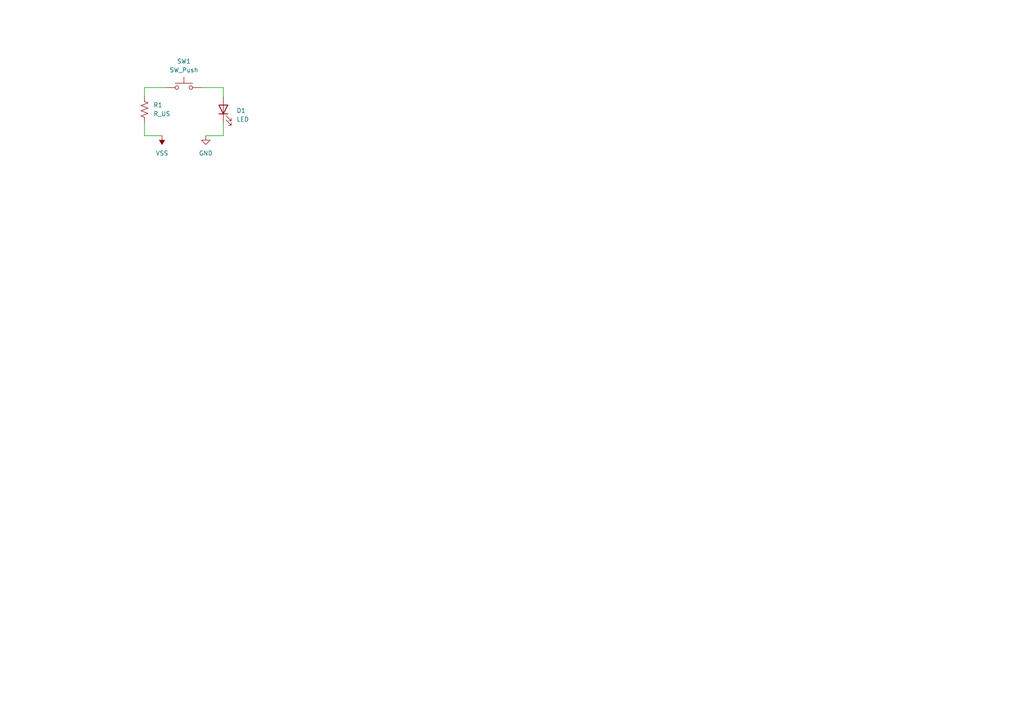
<source format=kicad_sch>
(kicad_sch (version 20231120) (generator "eeschema") (generator_version "8.0")
  (paper "A4")
  (title_block (title "MyFirstKiCAD - Ethan") (date "2024-10-07") (rev "1.0") (company "FormulaSlug"))
  (lib_symbols
    (symbol "Device:LED" (pin_numbers hide) (pin_names (offset 1.016) hide)
      (property "Reference" "D" (at 0 2.54 0))
      (property "Value" "LED" (at 0 -2.54 0))
      (symbol "LED_0_1"
        (polyline (pts (xy -1.27 -1.27) (xy -1.27 1.27)) (stroke (width 0.254)))
        (polyline (pts (xy -1.27 0) (xy 1.27 0)))
        (polyline (pts (xy 1.27 -1.27) (xy 1.27 1.27) (xy -1.27 0) (xy 1.27 -1.27)) (stroke (width 0.254)))
        (polyline (pts (xy -3.048 -0.762) (xy -4.572 -2.286) (xy -3.81 -2.286) (xy -4.572 -2.286) (xy -4.572 -1.524)))
        (polyline (pts (xy -1.778 -0.762) (xy -3.302 -2.286) (xy -2.54 -2.286) (xy -3.302 -2.286) (xy -3.302 -1.524)))
      )
      (symbol "LED_1_1"
        (pin passive line (at -3.81 0 0) (length 2.54) (name "K") (number "1"))
        (pin passive line (at 3.81 0 180) (length 2.54) (name "A") (number "2"))
      )
    )
    (symbol "Device:R_US" (pin_numbers hide) (pin_names (offset 0))
      (property "Reference" "R" (at 2.54 0 90))
      (property "Value" "R_US" (at -2.54 0 90))
      (symbol "R_US_0_1"
        (polyline (pts (xy 0 -2.286) (xy 0 -2.54)))
        (polyline (pts (xy 0 2.286) (xy 0 2.54)))
        (polyline (pts (xy 0 -0.762) (xy 1.016 -1.143) (xy 0 -1.524) (xy -1.016 -1.905) (xy 0 -2.286)))
        (polyline (pts (xy 0 0.762) (xy 1.016 0.381) (xy 0 0) (xy -1.016 -0.381) (xy 0 -0.762)))
        (polyline (pts (xy 0 2.286) (xy 1.016 1.905) (xy 0 1.524) (xy -1.016 1.143) (xy 0 0.762)))
      )
      (symbol "R_US_1_1"
        (pin passive line (at 0 3.81 270) (length 1.27) (name "~") (number "1"))
        (pin passive line (at 0 -3.81 90) (length 1.27) (name "~") (number "2"))
      )
    )
    (symbol "Switch:SW_Push" (pin_numbers hide) (pin_names (offset 1.016) hide)
      (property "Reference" "SW" (at 1.27 2.54 0))
      (property "Value" "SW_Push" (at 0 -1.524 0))
      (symbol "SW_Push_0_1"
        (circle (center -2.032 0) (radius 0.508))
        (polyline (pts (xy 0 1.27) (xy 0 3.048)))
        (polyline (pts (xy 2.54 1.27) (xy -2.54 1.27)))
        (circle (center 2.032 0) (radius 0.508))
        (pin passive line (at -5.08 0 0) (length 2.54) (name "1") (number "1"))
        (pin passive line (at 5.08 0 180) (length 2.54) (name "2") (number "2"))
      )
    )
    (symbol "power:GND" (power) (pin_numbers hide) (pin_names (offset 0) hide)
      (property "Value" "GND" (at 0 -3.81 0))
      (symbol "GND_0_1"
        (polyline (pts (xy 0 0) (xy 0 -1.27) (xy 1.27 -1.27) (xy 0 -2.54) (xy -1.27 -1.27) (xy 0 -1.27)))
      )
      (symbol "GND_1_1"
        (pin power_in line (at 0 0 270) (length 0) (name "~") (number "1"))
      )
    )
    (symbol "power:VSS" (power) (pin_numbers hide) (pin_names (offset 0) hide)
      (property "Value" "VSS" (at 0 3.556 0))
      (symbol "VSS_0_1"
        (polyline (pts (xy 0 0) (xy 0 2.54)))
        (polyline (pts (xy 0.762 1.27) (xy -0.762 1.27) (xy 0 2.54) (xy 0.762 1.27)) (fill (type outline)))
      )
      (symbol "VSS_1_1"
        (pin power_in line (at 0 0 90) (length 0) (name "~") (number "1"))
      )
    )
  )
  (wire (pts (xy 59.69 39.37) (xy 64.77 39.37)))
  (wire (pts (xy 41.91 25.4) (xy 41.91 27.94)))
  (wire (pts (xy 41.91 35.56) (xy 41.91 39.37)))
  (wire (pts (xy 41.91 25.4) (xy 48.26 25.4)))
  (wire (pts (xy 64.77 35.56) (xy 64.77 39.37)))
  (wire (pts (xy 64.77 25.4) (xy 64.77 27.94)))
  (wire (pts (xy 41.91 39.37) (xy 46.99 39.37)))
  (wire (pts (xy 58.42 25.4) (xy 64.77 25.4)))
  (symbol (lib_id "power:GND") (at 59.69 39.37 0) (unit 1)
    (property "Reference" "#PWR02" (effects (hide yes)))
    (property "Value" "GND" (at 59.69 44.45 0))
    (property "Description" "Power symbol creates a global label with name \"GND\" , ground" (effects (hide yes)))
  )
  (symbol (lib_id "Switch:SW_Push") (at 53.34 25.4 0) (unit 1)
    (property "Reference" "SW1" (at 53.34 17.78 0))
    (property "Value" "SW_Push" (at 53.34 20.32 0))
    (property "Description" "Push button switch, generic, two pins" (effects (hide yes)))
  )
  (symbol (lib_id "Device:LED") (at 64.77 31.75 90) (unit 1)
    (property "Reference" "D1" (at 68.58 32.0674 90) (effects (justify right)))
    (property "Value" "LED" (at 68.58 34.6074 90) (effects (justify right)))
    (property "Description" "Light emitting diode" (effects (hide yes)))
  )
  (symbol (lib_id "power:VSS") (at 46.99 39.37 180) (unit 1)
    (property "Reference" "#PWR01" (effects (hide yes)))
    (property "Value" "VSS" (at 46.99 44.45 0))
    (property "Description" "Power symbol creates a global label with name \"VSS\"" (effects (hide yes)))
  )
  (symbol (lib_id "Device:R_US") (at 41.91 31.75 0) (unit 1)
    (property "Reference" "R1" (at 44.45 30.4799 0) (effects (justify left)))
    (property "Value" "R_US" (at 44.45 33.0199 0) (effects (justify left)))
    (property "Description" "Resistor, US symbol" (effects (hide yes)))
  )
)
</source>
